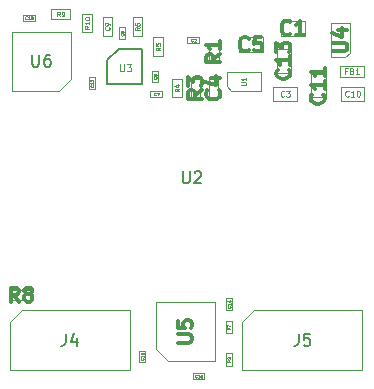
<source format=gbr>
G04 #@! TF.GenerationSoftware,KiCad,Pcbnew,7.0.1*
G04 #@! TF.CreationDate,2023-08-01T01:44:39-04:00*
G04 #@! TF.ProjectId,cdm324_v2,63646d33-3234-45f7-9632-2e6b69636164,rev?*
G04 #@! TF.SameCoordinates,Original*
G04 #@! TF.FileFunction,AssemblyDrawing,Top*
%FSLAX46Y46*%
G04 Gerber Fmt 4.6, Leading zero omitted, Abs format (unit mm)*
G04 Created by KiCad (PCBNEW 7.0.1) date 2023-08-01 01:44:39*
%MOMM*%
%LPD*%
G01*
G04 APERTURE LIST*
%ADD10C,0.300000*%
%ADD11C,0.040000*%
%ADD12C,0.150000*%
%ADD13C,0.080000*%
%ADD14C,0.060000*%
%ADD15C,0.125000*%
%ADD16C,0.100000*%
G04 APERTURE END LIST*
D10*
X108350000Y-51290857D02*
X108292857Y-51348000D01*
X108292857Y-51348000D02*
X108121429Y-51405142D01*
X108121429Y-51405142D02*
X108007143Y-51405142D01*
X108007143Y-51405142D02*
X107835714Y-51348000D01*
X107835714Y-51348000D02*
X107721429Y-51233714D01*
X107721429Y-51233714D02*
X107664286Y-51119428D01*
X107664286Y-51119428D02*
X107607143Y-50890857D01*
X107607143Y-50890857D02*
X107607143Y-50719428D01*
X107607143Y-50719428D02*
X107664286Y-50490857D01*
X107664286Y-50490857D02*
X107721429Y-50376571D01*
X107721429Y-50376571D02*
X107835714Y-50262285D01*
X107835714Y-50262285D02*
X108007143Y-50205142D01*
X108007143Y-50205142D02*
X108121429Y-50205142D01*
X108121429Y-50205142D02*
X108292857Y-50262285D01*
X108292857Y-50262285D02*
X108350000Y-50319428D01*
X109492857Y-51405142D02*
X108807143Y-51405142D01*
X109150000Y-51405142D02*
X109150000Y-50205142D01*
X109150000Y-50205142D02*
X109035714Y-50376571D01*
X109035714Y-50376571D02*
X108921429Y-50490857D01*
X108921429Y-50490857D02*
X108807143Y-50548000D01*
X104800000Y-52690857D02*
X104742857Y-52748000D01*
X104742857Y-52748000D02*
X104571429Y-52805142D01*
X104571429Y-52805142D02*
X104457143Y-52805142D01*
X104457143Y-52805142D02*
X104285714Y-52748000D01*
X104285714Y-52748000D02*
X104171429Y-52633714D01*
X104171429Y-52633714D02*
X104114286Y-52519428D01*
X104114286Y-52519428D02*
X104057143Y-52290857D01*
X104057143Y-52290857D02*
X104057143Y-52119428D01*
X104057143Y-52119428D02*
X104114286Y-51890857D01*
X104114286Y-51890857D02*
X104171429Y-51776571D01*
X104171429Y-51776571D02*
X104285714Y-51662285D01*
X104285714Y-51662285D02*
X104457143Y-51605142D01*
X104457143Y-51605142D02*
X104571429Y-51605142D01*
X104571429Y-51605142D02*
X104742857Y-51662285D01*
X104742857Y-51662285D02*
X104800000Y-51719428D01*
X105885714Y-51605142D02*
X105314286Y-51605142D01*
X105314286Y-51605142D02*
X105257143Y-52176571D01*
X105257143Y-52176571D02*
X105314286Y-52119428D01*
X105314286Y-52119428D02*
X105428572Y-52062285D01*
X105428572Y-52062285D02*
X105714286Y-52062285D01*
X105714286Y-52062285D02*
X105828572Y-52119428D01*
X105828572Y-52119428D02*
X105885714Y-52176571D01*
X105885714Y-52176571D02*
X105942857Y-52290857D01*
X105942857Y-52290857D02*
X105942857Y-52576571D01*
X105942857Y-52576571D02*
X105885714Y-52690857D01*
X105885714Y-52690857D02*
X105828572Y-52748000D01*
X105828572Y-52748000D02*
X105714286Y-52805142D01*
X105714286Y-52805142D02*
X105428572Y-52805142D01*
X105428572Y-52805142D02*
X105314286Y-52748000D01*
X105314286Y-52748000D02*
X105257143Y-52690857D01*
D11*
X100399285Y-80391845D02*
X100387381Y-80403750D01*
X100387381Y-80403750D02*
X100351666Y-80415654D01*
X100351666Y-80415654D02*
X100327857Y-80415654D01*
X100327857Y-80415654D02*
X100292143Y-80403750D01*
X100292143Y-80403750D02*
X100268333Y-80379940D01*
X100268333Y-80379940D02*
X100256428Y-80356130D01*
X100256428Y-80356130D02*
X100244524Y-80308511D01*
X100244524Y-80308511D02*
X100244524Y-80272797D01*
X100244524Y-80272797D02*
X100256428Y-80225178D01*
X100256428Y-80225178D02*
X100268333Y-80201369D01*
X100268333Y-80201369D02*
X100292143Y-80177559D01*
X100292143Y-80177559D02*
X100327857Y-80165654D01*
X100327857Y-80165654D02*
X100351666Y-80165654D01*
X100351666Y-80165654D02*
X100387381Y-80177559D01*
X100387381Y-80177559D02*
X100399285Y-80189464D01*
X100637381Y-80415654D02*
X100494524Y-80415654D01*
X100565952Y-80415654D02*
X100565952Y-80165654D01*
X100565952Y-80165654D02*
X100542143Y-80201369D01*
X100542143Y-80201369D02*
X100518333Y-80225178D01*
X100518333Y-80225178D02*
X100494524Y-80237083D01*
X100851666Y-80165654D02*
X100804047Y-80165654D01*
X100804047Y-80165654D02*
X100780238Y-80177559D01*
X100780238Y-80177559D02*
X100768333Y-80189464D01*
X100768333Y-80189464D02*
X100744523Y-80225178D01*
X100744523Y-80225178D02*
X100732619Y-80272797D01*
X100732619Y-80272797D02*
X100732619Y-80368035D01*
X100732619Y-80368035D02*
X100744523Y-80391845D01*
X100744523Y-80391845D02*
X100756428Y-80403750D01*
X100756428Y-80403750D02*
X100780238Y-80415654D01*
X100780238Y-80415654D02*
X100827857Y-80415654D01*
X100827857Y-80415654D02*
X100851666Y-80403750D01*
X100851666Y-80403750D02*
X100863571Y-80391845D01*
X100863571Y-80391845D02*
X100875476Y-80368035D01*
X100875476Y-80368035D02*
X100875476Y-80308511D01*
X100875476Y-80308511D02*
X100863571Y-80284702D01*
X100863571Y-80284702D02*
X100851666Y-80272797D01*
X100851666Y-80272797D02*
X100827857Y-80260892D01*
X100827857Y-80260892D02*
X100780238Y-80260892D01*
X100780238Y-80260892D02*
X100756428Y-80272797D01*
X100756428Y-80272797D02*
X100744523Y-80284702D01*
X100744523Y-80284702D02*
X100732619Y-80308511D01*
X95889345Y-78798214D02*
X95901250Y-78810118D01*
X95901250Y-78810118D02*
X95913154Y-78845833D01*
X95913154Y-78845833D02*
X95913154Y-78869642D01*
X95913154Y-78869642D02*
X95901250Y-78905356D01*
X95901250Y-78905356D02*
X95877440Y-78929166D01*
X95877440Y-78929166D02*
X95853630Y-78941071D01*
X95853630Y-78941071D02*
X95806011Y-78952975D01*
X95806011Y-78952975D02*
X95770297Y-78952975D01*
X95770297Y-78952975D02*
X95722678Y-78941071D01*
X95722678Y-78941071D02*
X95698869Y-78929166D01*
X95698869Y-78929166D02*
X95675059Y-78905356D01*
X95675059Y-78905356D02*
X95663154Y-78869642D01*
X95663154Y-78869642D02*
X95663154Y-78845833D01*
X95663154Y-78845833D02*
X95675059Y-78810118D01*
X95675059Y-78810118D02*
X95686964Y-78798214D01*
X95913154Y-78560118D02*
X95913154Y-78702975D01*
X95913154Y-78631547D02*
X95663154Y-78631547D01*
X95663154Y-78631547D02*
X95698869Y-78655356D01*
X95698869Y-78655356D02*
X95722678Y-78679166D01*
X95722678Y-78679166D02*
X95734583Y-78702975D01*
X95663154Y-78333928D02*
X95663154Y-78452976D01*
X95663154Y-78452976D02*
X95782202Y-78464880D01*
X95782202Y-78464880D02*
X95770297Y-78452976D01*
X95770297Y-78452976D02*
X95758392Y-78429166D01*
X95758392Y-78429166D02*
X95758392Y-78369642D01*
X95758392Y-78369642D02*
X95770297Y-78345833D01*
X95770297Y-78345833D02*
X95782202Y-78333928D01*
X95782202Y-78333928D02*
X95806011Y-78322023D01*
X95806011Y-78322023D02*
X95865535Y-78322023D01*
X95865535Y-78322023D02*
X95889345Y-78333928D01*
X95889345Y-78333928D02*
X95901250Y-78345833D01*
X95901250Y-78345833D02*
X95913154Y-78369642D01*
X95913154Y-78369642D02*
X95913154Y-78429166D01*
X95913154Y-78429166D02*
X95901250Y-78452976D01*
X95901250Y-78452976D02*
X95889345Y-78464880D01*
D10*
X85347500Y-73992642D02*
X84947500Y-73421214D01*
X84661786Y-73992642D02*
X84661786Y-72792642D01*
X84661786Y-72792642D02*
X85118929Y-72792642D01*
X85118929Y-72792642D02*
X85233214Y-72849785D01*
X85233214Y-72849785D02*
X85290357Y-72906928D01*
X85290357Y-72906928D02*
X85347500Y-73021214D01*
X85347500Y-73021214D02*
X85347500Y-73192642D01*
X85347500Y-73192642D02*
X85290357Y-73306928D01*
X85290357Y-73306928D02*
X85233214Y-73364071D01*
X85233214Y-73364071D02*
X85118929Y-73421214D01*
X85118929Y-73421214D02*
X84661786Y-73421214D01*
X86033214Y-73306928D02*
X85918929Y-73249785D01*
X85918929Y-73249785D02*
X85861786Y-73192642D01*
X85861786Y-73192642D02*
X85804643Y-73078357D01*
X85804643Y-73078357D02*
X85804643Y-73021214D01*
X85804643Y-73021214D02*
X85861786Y-72906928D01*
X85861786Y-72906928D02*
X85918929Y-72849785D01*
X85918929Y-72849785D02*
X86033214Y-72792642D01*
X86033214Y-72792642D02*
X86261786Y-72792642D01*
X86261786Y-72792642D02*
X86376072Y-72849785D01*
X86376072Y-72849785D02*
X86433214Y-72906928D01*
X86433214Y-72906928D02*
X86490357Y-73021214D01*
X86490357Y-73021214D02*
X86490357Y-73078357D01*
X86490357Y-73078357D02*
X86433214Y-73192642D01*
X86433214Y-73192642D02*
X86376072Y-73249785D01*
X86376072Y-73249785D02*
X86261786Y-73306928D01*
X86261786Y-73306928D02*
X86033214Y-73306928D01*
X86033214Y-73306928D02*
X85918929Y-73364071D01*
X85918929Y-73364071D02*
X85861786Y-73421214D01*
X85861786Y-73421214D02*
X85804643Y-73535500D01*
X85804643Y-73535500D02*
X85804643Y-73764071D01*
X85804643Y-73764071D02*
X85861786Y-73878357D01*
X85861786Y-73878357D02*
X85918929Y-73935500D01*
X85918929Y-73935500D02*
X86033214Y-73992642D01*
X86033214Y-73992642D02*
X86261786Y-73992642D01*
X86261786Y-73992642D02*
X86376072Y-73935500D01*
X86376072Y-73935500D02*
X86433214Y-73878357D01*
X86433214Y-73878357D02*
X86490357Y-73764071D01*
X86490357Y-73764071D02*
X86490357Y-73535500D01*
X86490357Y-73535500D02*
X86433214Y-73421214D01*
X86433214Y-73421214D02*
X86376072Y-73364071D01*
X86376072Y-73364071D02*
X86261786Y-73306928D01*
X98815142Y-77451785D02*
X99786571Y-77451785D01*
X99786571Y-77451785D02*
X99900857Y-77394642D01*
X99900857Y-77394642D02*
X99958000Y-77337500D01*
X99958000Y-77337500D02*
X100015142Y-77223214D01*
X100015142Y-77223214D02*
X100015142Y-76994642D01*
X100015142Y-76994642D02*
X99958000Y-76880357D01*
X99958000Y-76880357D02*
X99900857Y-76823214D01*
X99900857Y-76823214D02*
X99786571Y-76766071D01*
X99786571Y-76766071D02*
X98815142Y-76766071D01*
X98815142Y-75623214D02*
X98815142Y-76194642D01*
X98815142Y-76194642D02*
X99386571Y-76251785D01*
X99386571Y-76251785D02*
X99329428Y-76194642D01*
X99329428Y-76194642D02*
X99272285Y-76080357D01*
X99272285Y-76080357D02*
X99272285Y-75794642D01*
X99272285Y-75794642D02*
X99329428Y-75680357D01*
X99329428Y-75680357D02*
X99386571Y-75623214D01*
X99386571Y-75623214D02*
X99500857Y-75566071D01*
X99500857Y-75566071D02*
X99786571Y-75566071D01*
X99786571Y-75566071D02*
X99900857Y-75623214D01*
X99900857Y-75623214D02*
X99958000Y-75680357D01*
X99958000Y-75680357D02*
X100015142Y-75794642D01*
X100015142Y-75794642D02*
X100015142Y-76080357D01*
X100015142Y-76080357D02*
X99958000Y-76194642D01*
X99958000Y-76194642D02*
X99900857Y-76251785D01*
X111140857Y-56471428D02*
X111198000Y-56528571D01*
X111198000Y-56528571D02*
X111255142Y-56699999D01*
X111255142Y-56699999D02*
X111255142Y-56814285D01*
X111255142Y-56814285D02*
X111198000Y-56985714D01*
X111198000Y-56985714D02*
X111083714Y-57099999D01*
X111083714Y-57099999D02*
X110969428Y-57157142D01*
X110969428Y-57157142D02*
X110740857Y-57214285D01*
X110740857Y-57214285D02*
X110569428Y-57214285D01*
X110569428Y-57214285D02*
X110340857Y-57157142D01*
X110340857Y-57157142D02*
X110226571Y-57099999D01*
X110226571Y-57099999D02*
X110112285Y-56985714D01*
X110112285Y-56985714D02*
X110055142Y-56814285D01*
X110055142Y-56814285D02*
X110055142Y-56699999D01*
X110055142Y-56699999D02*
X110112285Y-56528571D01*
X110112285Y-56528571D02*
X110169428Y-56471428D01*
X111255142Y-55328571D02*
X111255142Y-56014285D01*
X111255142Y-55671428D02*
X110055142Y-55671428D01*
X110055142Y-55671428D02*
X110226571Y-55785714D01*
X110226571Y-55785714D02*
X110340857Y-55899999D01*
X110340857Y-55899999D02*
X110398000Y-56014285D01*
X111255142Y-54185714D02*
X111255142Y-54871428D01*
X111255142Y-54528571D02*
X110055142Y-54528571D01*
X110055142Y-54528571D02*
X110226571Y-54642857D01*
X110226571Y-54642857D02*
X110340857Y-54757142D01*
X110340857Y-54757142D02*
X110398000Y-54871428D01*
X102290857Y-56112499D02*
X102348000Y-56169642D01*
X102348000Y-56169642D02*
X102405142Y-56341070D01*
X102405142Y-56341070D02*
X102405142Y-56455356D01*
X102405142Y-56455356D02*
X102348000Y-56626785D01*
X102348000Y-56626785D02*
X102233714Y-56741070D01*
X102233714Y-56741070D02*
X102119428Y-56798213D01*
X102119428Y-56798213D02*
X101890857Y-56855356D01*
X101890857Y-56855356D02*
X101719428Y-56855356D01*
X101719428Y-56855356D02*
X101490857Y-56798213D01*
X101490857Y-56798213D02*
X101376571Y-56741070D01*
X101376571Y-56741070D02*
X101262285Y-56626785D01*
X101262285Y-56626785D02*
X101205142Y-56455356D01*
X101205142Y-56455356D02*
X101205142Y-56341070D01*
X101205142Y-56341070D02*
X101262285Y-56169642D01*
X101262285Y-56169642D02*
X101319428Y-56112499D01*
X101605142Y-55083928D02*
X102405142Y-55083928D01*
X101148000Y-55369642D02*
X102005142Y-55655356D01*
X102005142Y-55655356D02*
X102005142Y-54912499D01*
X100855142Y-56112499D02*
X100283714Y-56512499D01*
X100855142Y-56798213D02*
X99655142Y-56798213D01*
X99655142Y-56798213D02*
X99655142Y-56341070D01*
X99655142Y-56341070D02*
X99712285Y-56226785D01*
X99712285Y-56226785D02*
X99769428Y-56169642D01*
X99769428Y-56169642D02*
X99883714Y-56112499D01*
X99883714Y-56112499D02*
X100055142Y-56112499D01*
X100055142Y-56112499D02*
X100169428Y-56169642D01*
X100169428Y-56169642D02*
X100226571Y-56226785D01*
X100226571Y-56226785D02*
X100283714Y-56341070D01*
X100283714Y-56341070D02*
X100283714Y-56798213D01*
X99655142Y-55712499D02*
X99655142Y-54969642D01*
X99655142Y-54969642D02*
X100112285Y-55369642D01*
X100112285Y-55369642D02*
X100112285Y-55198213D01*
X100112285Y-55198213D02*
X100169428Y-55083928D01*
X100169428Y-55083928D02*
X100226571Y-55026785D01*
X100226571Y-55026785D02*
X100340857Y-54969642D01*
X100340857Y-54969642D02*
X100626571Y-54969642D01*
X100626571Y-54969642D02*
X100740857Y-55026785D01*
X100740857Y-55026785D02*
X100798000Y-55083928D01*
X100798000Y-55083928D02*
X100855142Y-55198213D01*
X100855142Y-55198213D02*
X100855142Y-55541070D01*
X100855142Y-55541070D02*
X100798000Y-55655356D01*
X100798000Y-55655356D02*
X100740857Y-55712499D01*
X102405142Y-53049999D02*
X101833714Y-53449999D01*
X102405142Y-53735713D02*
X101205142Y-53735713D01*
X101205142Y-53735713D02*
X101205142Y-53278570D01*
X101205142Y-53278570D02*
X101262285Y-53164285D01*
X101262285Y-53164285D02*
X101319428Y-53107142D01*
X101319428Y-53107142D02*
X101433714Y-53049999D01*
X101433714Y-53049999D02*
X101605142Y-53049999D01*
X101605142Y-53049999D02*
X101719428Y-53107142D01*
X101719428Y-53107142D02*
X101776571Y-53164285D01*
X101776571Y-53164285D02*
X101833714Y-53278570D01*
X101833714Y-53278570D02*
X101833714Y-53735713D01*
X102405142Y-51907142D02*
X102405142Y-52592856D01*
X102405142Y-52249999D02*
X101205142Y-52249999D01*
X101205142Y-52249999D02*
X101376571Y-52364285D01*
X101376571Y-52364285D02*
X101490857Y-52478570D01*
X101490857Y-52478570D02*
X101548000Y-52592856D01*
D11*
X103251845Y-74360714D02*
X103263750Y-74372618D01*
X103263750Y-74372618D02*
X103275654Y-74408333D01*
X103275654Y-74408333D02*
X103275654Y-74432142D01*
X103275654Y-74432142D02*
X103263750Y-74467856D01*
X103263750Y-74467856D02*
X103239940Y-74491666D01*
X103239940Y-74491666D02*
X103216130Y-74503571D01*
X103216130Y-74503571D02*
X103168511Y-74515475D01*
X103168511Y-74515475D02*
X103132797Y-74515475D01*
X103132797Y-74515475D02*
X103085178Y-74503571D01*
X103085178Y-74503571D02*
X103061369Y-74491666D01*
X103061369Y-74491666D02*
X103037559Y-74467856D01*
X103037559Y-74467856D02*
X103025654Y-74432142D01*
X103025654Y-74432142D02*
X103025654Y-74408333D01*
X103025654Y-74408333D02*
X103037559Y-74372618D01*
X103037559Y-74372618D02*
X103049464Y-74360714D01*
X103275654Y-74122618D02*
X103275654Y-74265475D01*
X103275654Y-74194047D02*
X103025654Y-74194047D01*
X103025654Y-74194047D02*
X103061369Y-74217856D01*
X103061369Y-74217856D02*
X103085178Y-74241666D01*
X103085178Y-74241666D02*
X103097083Y-74265475D01*
X103108988Y-73908333D02*
X103275654Y-73908333D01*
X103013750Y-73967857D02*
X103192321Y-74027380D01*
X103192321Y-74027380D02*
X103192321Y-73872619D01*
D10*
X108234607Y-54371428D02*
X108291750Y-54428571D01*
X108291750Y-54428571D02*
X108348892Y-54599999D01*
X108348892Y-54599999D02*
X108348892Y-54714285D01*
X108348892Y-54714285D02*
X108291750Y-54885714D01*
X108291750Y-54885714D02*
X108177464Y-54999999D01*
X108177464Y-54999999D02*
X108063178Y-55057142D01*
X108063178Y-55057142D02*
X107834607Y-55114285D01*
X107834607Y-55114285D02*
X107663178Y-55114285D01*
X107663178Y-55114285D02*
X107434607Y-55057142D01*
X107434607Y-55057142D02*
X107320321Y-54999999D01*
X107320321Y-54999999D02*
X107206035Y-54885714D01*
X107206035Y-54885714D02*
X107148892Y-54714285D01*
X107148892Y-54714285D02*
X107148892Y-54599999D01*
X107148892Y-54599999D02*
X107206035Y-54428571D01*
X107206035Y-54428571D02*
X107263178Y-54371428D01*
X108348892Y-53228571D02*
X108348892Y-53914285D01*
X108348892Y-53571428D02*
X107148892Y-53571428D01*
X107148892Y-53571428D02*
X107320321Y-53685714D01*
X107320321Y-53685714D02*
X107434607Y-53799999D01*
X107434607Y-53799999D02*
X107491750Y-53914285D01*
X107148892Y-52828571D02*
X107148892Y-52085714D01*
X107148892Y-52085714D02*
X107606035Y-52485714D01*
X107606035Y-52485714D02*
X107606035Y-52314285D01*
X107606035Y-52314285D02*
X107663178Y-52200000D01*
X107663178Y-52200000D02*
X107720321Y-52142857D01*
X107720321Y-52142857D02*
X107834607Y-52085714D01*
X107834607Y-52085714D02*
X108120321Y-52085714D01*
X108120321Y-52085714D02*
X108234607Y-52142857D01*
X108234607Y-52142857D02*
X108291750Y-52200000D01*
X108291750Y-52200000D02*
X108348892Y-52314285D01*
X108348892Y-52314285D02*
X108348892Y-52657142D01*
X108348892Y-52657142D02*
X108291750Y-52771428D01*
X108291750Y-52771428D02*
X108234607Y-52828571D01*
X111955142Y-52764285D02*
X112926571Y-52764285D01*
X112926571Y-52764285D02*
X113040857Y-52707142D01*
X113040857Y-52707142D02*
X113098000Y-52650000D01*
X113098000Y-52650000D02*
X113155142Y-52535714D01*
X113155142Y-52535714D02*
X113155142Y-52307142D01*
X113155142Y-52307142D02*
X113098000Y-52192857D01*
X113098000Y-52192857D02*
X113040857Y-52135714D01*
X113040857Y-52135714D02*
X112926571Y-52078571D01*
X112926571Y-52078571D02*
X111955142Y-52078571D01*
X112355142Y-50992857D02*
X113155142Y-50992857D01*
X111898000Y-51278571D02*
X112755142Y-51564285D01*
X112755142Y-51564285D02*
X112755142Y-50821428D01*
D11*
X86039285Y-50041845D02*
X86027381Y-50053750D01*
X86027381Y-50053750D02*
X85991666Y-50065654D01*
X85991666Y-50065654D02*
X85967857Y-50065654D01*
X85967857Y-50065654D02*
X85932143Y-50053750D01*
X85932143Y-50053750D02*
X85908333Y-50029940D01*
X85908333Y-50029940D02*
X85896428Y-50006130D01*
X85896428Y-50006130D02*
X85884524Y-49958511D01*
X85884524Y-49958511D02*
X85884524Y-49922797D01*
X85884524Y-49922797D02*
X85896428Y-49875178D01*
X85896428Y-49875178D02*
X85908333Y-49851369D01*
X85908333Y-49851369D02*
X85932143Y-49827559D01*
X85932143Y-49827559D02*
X85967857Y-49815654D01*
X85967857Y-49815654D02*
X85991666Y-49815654D01*
X85991666Y-49815654D02*
X86027381Y-49827559D01*
X86027381Y-49827559D02*
X86039285Y-49839464D01*
X86277381Y-50065654D02*
X86134524Y-50065654D01*
X86205952Y-50065654D02*
X86205952Y-49815654D01*
X86205952Y-49815654D02*
X86182143Y-49851369D01*
X86182143Y-49851369D02*
X86158333Y-49875178D01*
X86158333Y-49875178D02*
X86134524Y-49887083D01*
X86420238Y-49922797D02*
X86396428Y-49910892D01*
X86396428Y-49910892D02*
X86384523Y-49898988D01*
X86384523Y-49898988D02*
X86372619Y-49875178D01*
X86372619Y-49875178D02*
X86372619Y-49863273D01*
X86372619Y-49863273D02*
X86384523Y-49839464D01*
X86384523Y-49839464D02*
X86396428Y-49827559D01*
X86396428Y-49827559D02*
X86420238Y-49815654D01*
X86420238Y-49815654D02*
X86467857Y-49815654D01*
X86467857Y-49815654D02*
X86491666Y-49827559D01*
X86491666Y-49827559D02*
X86503571Y-49839464D01*
X86503571Y-49839464D02*
X86515476Y-49863273D01*
X86515476Y-49863273D02*
X86515476Y-49875178D01*
X86515476Y-49875178D02*
X86503571Y-49898988D01*
X86503571Y-49898988D02*
X86491666Y-49910892D01*
X86491666Y-49910892D02*
X86467857Y-49922797D01*
X86467857Y-49922797D02*
X86420238Y-49922797D01*
X86420238Y-49922797D02*
X86396428Y-49934702D01*
X86396428Y-49934702D02*
X86384523Y-49946607D01*
X86384523Y-49946607D02*
X86372619Y-49970416D01*
X86372619Y-49970416D02*
X86372619Y-50018035D01*
X86372619Y-50018035D02*
X86384523Y-50041845D01*
X86384523Y-50041845D02*
X86396428Y-50053750D01*
X86396428Y-50053750D02*
X86420238Y-50065654D01*
X86420238Y-50065654D02*
X86467857Y-50065654D01*
X86467857Y-50065654D02*
X86491666Y-50053750D01*
X86491666Y-50053750D02*
X86503571Y-50041845D01*
X86503571Y-50041845D02*
X86515476Y-50018035D01*
X86515476Y-50018035D02*
X86515476Y-49970416D01*
X86515476Y-49970416D02*
X86503571Y-49946607D01*
X86503571Y-49946607D02*
X86491666Y-49934702D01*
X86491666Y-49934702D02*
X86467857Y-49922797D01*
D12*
X86488095Y-53087619D02*
X86488095Y-53897142D01*
X86488095Y-53897142D02*
X86535714Y-53992380D01*
X86535714Y-53992380D02*
X86583333Y-54040000D01*
X86583333Y-54040000D02*
X86678571Y-54087619D01*
X86678571Y-54087619D02*
X86869047Y-54087619D01*
X86869047Y-54087619D02*
X86964285Y-54040000D01*
X86964285Y-54040000D02*
X87011904Y-53992380D01*
X87011904Y-53992380D02*
X87059523Y-53897142D01*
X87059523Y-53897142D02*
X87059523Y-53087619D01*
X87964285Y-53087619D02*
X87773809Y-53087619D01*
X87773809Y-53087619D02*
X87678571Y-53135238D01*
X87678571Y-53135238D02*
X87630952Y-53182857D01*
X87630952Y-53182857D02*
X87535714Y-53325714D01*
X87535714Y-53325714D02*
X87488095Y-53516190D01*
X87488095Y-53516190D02*
X87488095Y-53897142D01*
X87488095Y-53897142D02*
X87535714Y-53992380D01*
X87535714Y-53992380D02*
X87583333Y-54040000D01*
X87583333Y-54040000D02*
X87678571Y-54087619D01*
X87678571Y-54087619D02*
X87869047Y-54087619D01*
X87869047Y-54087619D02*
X87964285Y-54040000D01*
X87964285Y-54040000D02*
X88011904Y-53992380D01*
X88011904Y-53992380D02*
X88059523Y-53897142D01*
X88059523Y-53897142D02*
X88059523Y-53659047D01*
X88059523Y-53659047D02*
X88011904Y-53563809D01*
X88011904Y-53563809D02*
X87964285Y-53516190D01*
X87964285Y-53516190D02*
X87869047Y-53468571D01*
X87869047Y-53468571D02*
X87678571Y-53468571D01*
X87678571Y-53468571D02*
X87583333Y-53516190D01*
X87583333Y-53516190D02*
X87535714Y-53563809D01*
X87535714Y-53563809D02*
X87488095Y-53659047D01*
X109034166Y-76720119D02*
X109034166Y-77434404D01*
X109034166Y-77434404D02*
X108986547Y-77577261D01*
X108986547Y-77577261D02*
X108891309Y-77672500D01*
X108891309Y-77672500D02*
X108748452Y-77720119D01*
X108748452Y-77720119D02*
X108653214Y-77720119D01*
X109986547Y-76720119D02*
X109510357Y-76720119D01*
X109510357Y-76720119D02*
X109462738Y-77196309D01*
X109462738Y-77196309D02*
X109510357Y-77148690D01*
X109510357Y-77148690D02*
X109605595Y-77101071D01*
X109605595Y-77101071D02*
X109843690Y-77101071D01*
X109843690Y-77101071D02*
X109938928Y-77148690D01*
X109938928Y-77148690D02*
X109986547Y-77196309D01*
X109986547Y-77196309D02*
X110034166Y-77291547D01*
X110034166Y-77291547D02*
X110034166Y-77529642D01*
X110034166Y-77529642D02*
X109986547Y-77624880D01*
X109986547Y-77624880D02*
X109938928Y-77672500D01*
X109938928Y-77672500D02*
X109843690Y-77720119D01*
X109843690Y-77720119D02*
X109605595Y-77720119D01*
X109605595Y-77720119D02*
X109510357Y-77672500D01*
X109510357Y-77672500D02*
X109462738Y-77624880D01*
D11*
X94191845Y-51311666D02*
X94203750Y-51323570D01*
X94203750Y-51323570D02*
X94215654Y-51359285D01*
X94215654Y-51359285D02*
X94215654Y-51383094D01*
X94215654Y-51383094D02*
X94203750Y-51418808D01*
X94203750Y-51418808D02*
X94179940Y-51442618D01*
X94179940Y-51442618D02*
X94156130Y-51454523D01*
X94156130Y-51454523D02*
X94108511Y-51466427D01*
X94108511Y-51466427D02*
X94072797Y-51466427D01*
X94072797Y-51466427D02*
X94025178Y-51454523D01*
X94025178Y-51454523D02*
X94001369Y-51442618D01*
X94001369Y-51442618D02*
X93977559Y-51418808D01*
X93977559Y-51418808D02*
X93965654Y-51383094D01*
X93965654Y-51383094D02*
X93965654Y-51359285D01*
X93965654Y-51359285D02*
X93977559Y-51323570D01*
X93977559Y-51323570D02*
X93989464Y-51311666D01*
X93965654Y-51097380D02*
X93965654Y-51144999D01*
X93965654Y-51144999D02*
X93977559Y-51168808D01*
X93977559Y-51168808D02*
X93989464Y-51180713D01*
X93989464Y-51180713D02*
X94025178Y-51204523D01*
X94025178Y-51204523D02*
X94072797Y-51216427D01*
X94072797Y-51216427D02*
X94168035Y-51216427D01*
X94168035Y-51216427D02*
X94191845Y-51204523D01*
X94191845Y-51204523D02*
X94203750Y-51192618D01*
X94203750Y-51192618D02*
X94215654Y-51168808D01*
X94215654Y-51168808D02*
X94215654Y-51121189D01*
X94215654Y-51121189D02*
X94203750Y-51097380D01*
X94203750Y-51097380D02*
X94191845Y-51085475D01*
X94191845Y-51085475D02*
X94168035Y-51073570D01*
X94168035Y-51073570D02*
X94108511Y-51073570D01*
X94108511Y-51073570D02*
X94084702Y-51085475D01*
X94084702Y-51085475D02*
X94072797Y-51097380D01*
X94072797Y-51097380D02*
X94060892Y-51121189D01*
X94060892Y-51121189D02*
X94060892Y-51168808D01*
X94060892Y-51168808D02*
X94072797Y-51192618D01*
X94072797Y-51192618D02*
X94084702Y-51204523D01*
X94084702Y-51204523D02*
X94108511Y-51216427D01*
D13*
X107816666Y-56583690D02*
X107792857Y-56607500D01*
X107792857Y-56607500D02*
X107721428Y-56631309D01*
X107721428Y-56631309D02*
X107673809Y-56631309D01*
X107673809Y-56631309D02*
X107602381Y-56607500D01*
X107602381Y-56607500D02*
X107554762Y-56559880D01*
X107554762Y-56559880D02*
X107530952Y-56512261D01*
X107530952Y-56512261D02*
X107507143Y-56417023D01*
X107507143Y-56417023D02*
X107507143Y-56345595D01*
X107507143Y-56345595D02*
X107530952Y-56250357D01*
X107530952Y-56250357D02*
X107554762Y-56202738D01*
X107554762Y-56202738D02*
X107602381Y-56155119D01*
X107602381Y-56155119D02*
X107673809Y-56131309D01*
X107673809Y-56131309D02*
X107721428Y-56131309D01*
X107721428Y-56131309D02*
X107792857Y-56155119D01*
X107792857Y-56155119D02*
X107816666Y-56178928D01*
X107983333Y-56131309D02*
X108292857Y-56131309D01*
X108292857Y-56131309D02*
X108126190Y-56321785D01*
X108126190Y-56321785D02*
X108197619Y-56321785D01*
X108197619Y-56321785D02*
X108245238Y-56345595D01*
X108245238Y-56345595D02*
X108269047Y-56369404D01*
X108269047Y-56369404D02*
X108292857Y-56417023D01*
X108292857Y-56417023D02*
X108292857Y-56536071D01*
X108292857Y-56536071D02*
X108269047Y-56583690D01*
X108269047Y-56583690D02*
X108245238Y-56607500D01*
X108245238Y-56607500D02*
X108197619Y-56631309D01*
X108197619Y-56631309D02*
X108054762Y-56631309D01*
X108054762Y-56631309D02*
X108007143Y-56607500D01*
X108007143Y-56607500D02*
X107983333Y-56583690D01*
D11*
X100088333Y-51941845D02*
X100076429Y-51953750D01*
X100076429Y-51953750D02*
X100040714Y-51965654D01*
X100040714Y-51965654D02*
X100016905Y-51965654D01*
X100016905Y-51965654D02*
X99981191Y-51953750D01*
X99981191Y-51953750D02*
X99957381Y-51929940D01*
X99957381Y-51929940D02*
X99945476Y-51906130D01*
X99945476Y-51906130D02*
X99933572Y-51858511D01*
X99933572Y-51858511D02*
X99933572Y-51822797D01*
X99933572Y-51822797D02*
X99945476Y-51775178D01*
X99945476Y-51775178D02*
X99957381Y-51751369D01*
X99957381Y-51751369D02*
X99981191Y-51727559D01*
X99981191Y-51727559D02*
X100016905Y-51715654D01*
X100016905Y-51715654D02*
X100040714Y-51715654D01*
X100040714Y-51715654D02*
X100076429Y-51727559D01*
X100076429Y-51727559D02*
X100088333Y-51739464D01*
X100183572Y-51739464D02*
X100195476Y-51727559D01*
X100195476Y-51727559D02*
X100219286Y-51715654D01*
X100219286Y-51715654D02*
X100278810Y-51715654D01*
X100278810Y-51715654D02*
X100302619Y-51727559D01*
X100302619Y-51727559D02*
X100314524Y-51739464D01*
X100314524Y-51739464D02*
X100326429Y-51763273D01*
X100326429Y-51763273D02*
X100326429Y-51787083D01*
X100326429Y-51787083D02*
X100314524Y-51822797D01*
X100314524Y-51822797D02*
X100171667Y-51965654D01*
X100171667Y-51965654D02*
X100326429Y-51965654D01*
D13*
X113133334Y-54469404D02*
X112966667Y-54469404D01*
X112966667Y-54731309D02*
X112966667Y-54231309D01*
X112966667Y-54231309D02*
X113204762Y-54231309D01*
X113561905Y-54469404D02*
X113633333Y-54493214D01*
X113633333Y-54493214D02*
X113657143Y-54517023D01*
X113657143Y-54517023D02*
X113680952Y-54564642D01*
X113680952Y-54564642D02*
X113680952Y-54636071D01*
X113680952Y-54636071D02*
X113657143Y-54683690D01*
X113657143Y-54683690D02*
X113633333Y-54707500D01*
X113633333Y-54707500D02*
X113585714Y-54731309D01*
X113585714Y-54731309D02*
X113395238Y-54731309D01*
X113395238Y-54731309D02*
X113395238Y-54231309D01*
X113395238Y-54231309D02*
X113561905Y-54231309D01*
X113561905Y-54231309D02*
X113609524Y-54255119D01*
X113609524Y-54255119D02*
X113633333Y-54278928D01*
X113633333Y-54278928D02*
X113657143Y-54326547D01*
X113657143Y-54326547D02*
X113657143Y-54374166D01*
X113657143Y-54374166D02*
X113633333Y-54421785D01*
X113633333Y-54421785D02*
X113609524Y-54445595D01*
X113609524Y-54445595D02*
X113561905Y-54469404D01*
X113561905Y-54469404D02*
X113395238Y-54469404D01*
X114157143Y-54731309D02*
X113871429Y-54731309D01*
X114014286Y-54731309D02*
X114014286Y-54231309D01*
X114014286Y-54231309D02*
X113966667Y-54302738D01*
X113966667Y-54302738D02*
X113919048Y-54350357D01*
X113919048Y-54350357D02*
X113871429Y-54374166D01*
D11*
X103270280Y-76193332D02*
X103146471Y-76279999D01*
X103270280Y-76341904D02*
X103010280Y-76341904D01*
X103010280Y-76341904D02*
X103010280Y-76242856D01*
X103010280Y-76242856D02*
X103022661Y-76218094D01*
X103022661Y-76218094D02*
X103035042Y-76205713D01*
X103035042Y-76205713D02*
X103059804Y-76193332D01*
X103059804Y-76193332D02*
X103096947Y-76193332D01*
X103096947Y-76193332D02*
X103121709Y-76205713D01*
X103121709Y-76205713D02*
X103134090Y-76218094D01*
X103134090Y-76218094D02*
X103146471Y-76242856D01*
X103146471Y-76242856D02*
X103146471Y-76341904D01*
X103010280Y-76106666D02*
X103010280Y-75933332D01*
X103010280Y-75933332D02*
X103270280Y-76044761D01*
X91641845Y-55660714D02*
X91653750Y-55672618D01*
X91653750Y-55672618D02*
X91665654Y-55708333D01*
X91665654Y-55708333D02*
X91665654Y-55732142D01*
X91665654Y-55732142D02*
X91653750Y-55767856D01*
X91653750Y-55767856D02*
X91629940Y-55791666D01*
X91629940Y-55791666D02*
X91606130Y-55803571D01*
X91606130Y-55803571D02*
X91558511Y-55815475D01*
X91558511Y-55815475D02*
X91522797Y-55815475D01*
X91522797Y-55815475D02*
X91475178Y-55803571D01*
X91475178Y-55803571D02*
X91451369Y-55791666D01*
X91451369Y-55791666D02*
X91427559Y-55767856D01*
X91427559Y-55767856D02*
X91415654Y-55732142D01*
X91415654Y-55732142D02*
X91415654Y-55708333D01*
X91415654Y-55708333D02*
X91427559Y-55672618D01*
X91427559Y-55672618D02*
X91439464Y-55660714D01*
X91665654Y-55422618D02*
X91665654Y-55565475D01*
X91665654Y-55494047D02*
X91415654Y-55494047D01*
X91415654Y-55494047D02*
X91451369Y-55517856D01*
X91451369Y-55517856D02*
X91475178Y-55541666D01*
X91475178Y-55541666D02*
X91487083Y-55565475D01*
X91439464Y-55327380D02*
X91427559Y-55315476D01*
X91427559Y-55315476D02*
X91415654Y-55291666D01*
X91415654Y-55291666D02*
X91415654Y-55232142D01*
X91415654Y-55232142D02*
X91427559Y-55208333D01*
X91427559Y-55208333D02*
X91439464Y-55196428D01*
X91439464Y-55196428D02*
X91463273Y-55184523D01*
X91463273Y-55184523D02*
X91487083Y-55184523D01*
X91487083Y-55184523D02*
X91522797Y-55196428D01*
X91522797Y-55196428D02*
X91665654Y-55339285D01*
X91665654Y-55339285D02*
X91665654Y-55184523D01*
D14*
X88833333Y-49835047D02*
X88700000Y-49644571D01*
X88604762Y-49835047D02*
X88604762Y-49435047D01*
X88604762Y-49435047D02*
X88757143Y-49435047D01*
X88757143Y-49435047D02*
X88795238Y-49454095D01*
X88795238Y-49454095D02*
X88814285Y-49473142D01*
X88814285Y-49473142D02*
X88833333Y-49511238D01*
X88833333Y-49511238D02*
X88833333Y-49568380D01*
X88833333Y-49568380D02*
X88814285Y-49606476D01*
X88814285Y-49606476D02*
X88795238Y-49625523D01*
X88795238Y-49625523D02*
X88757143Y-49644571D01*
X88757143Y-49644571D02*
X88604762Y-49644571D01*
X89023809Y-49835047D02*
X89100000Y-49835047D01*
X89100000Y-49835047D02*
X89138095Y-49816000D01*
X89138095Y-49816000D02*
X89157143Y-49796952D01*
X89157143Y-49796952D02*
X89195238Y-49739809D01*
X89195238Y-49739809D02*
X89214285Y-49663619D01*
X89214285Y-49663619D02*
X89214285Y-49511238D01*
X89214285Y-49511238D02*
X89195238Y-49473142D01*
X89195238Y-49473142D02*
X89176190Y-49454095D01*
X89176190Y-49454095D02*
X89138095Y-49435047D01*
X89138095Y-49435047D02*
X89061904Y-49435047D01*
X89061904Y-49435047D02*
X89023809Y-49454095D01*
X89023809Y-49454095D02*
X89004762Y-49473142D01*
X89004762Y-49473142D02*
X88985714Y-49511238D01*
X88985714Y-49511238D02*
X88985714Y-49606476D01*
X88985714Y-49606476D02*
X89004762Y-49644571D01*
X89004762Y-49644571D02*
X89023809Y-49663619D01*
X89023809Y-49663619D02*
X89061904Y-49682666D01*
X89061904Y-49682666D02*
X89138095Y-49682666D01*
X89138095Y-49682666D02*
X89176190Y-49663619D01*
X89176190Y-49663619D02*
X89195238Y-49644571D01*
X89195238Y-49644571D02*
X89214285Y-49606476D01*
D11*
X103267780Y-78930832D02*
X103143971Y-79017499D01*
X103267780Y-79079404D02*
X103007780Y-79079404D01*
X103007780Y-79079404D02*
X103007780Y-78980356D01*
X103007780Y-78980356D02*
X103020161Y-78955594D01*
X103020161Y-78955594D02*
X103032542Y-78943213D01*
X103032542Y-78943213D02*
X103057304Y-78930832D01*
X103057304Y-78930832D02*
X103094447Y-78930832D01*
X103094447Y-78930832D02*
X103119209Y-78943213D01*
X103119209Y-78943213D02*
X103131590Y-78955594D01*
X103131590Y-78955594D02*
X103143971Y-78980356D01*
X103143971Y-78980356D02*
X103143971Y-79079404D01*
X103032542Y-78831785D02*
X103020161Y-78819404D01*
X103020161Y-78819404D02*
X103007780Y-78794642D01*
X103007780Y-78794642D02*
X103007780Y-78732737D01*
X103007780Y-78732737D02*
X103020161Y-78707975D01*
X103020161Y-78707975D02*
X103032542Y-78695594D01*
X103032542Y-78695594D02*
X103057304Y-78683213D01*
X103057304Y-78683213D02*
X103082066Y-78683213D01*
X103082066Y-78683213D02*
X103119209Y-78695594D01*
X103119209Y-78695594D02*
X103267780Y-78844166D01*
X103267780Y-78844166D02*
X103267780Y-78683213D01*
D12*
X99238095Y-62962619D02*
X99238095Y-63772142D01*
X99238095Y-63772142D02*
X99285714Y-63867380D01*
X99285714Y-63867380D02*
X99333333Y-63915000D01*
X99333333Y-63915000D02*
X99428571Y-63962619D01*
X99428571Y-63962619D02*
X99619047Y-63962619D01*
X99619047Y-63962619D02*
X99714285Y-63915000D01*
X99714285Y-63915000D02*
X99761904Y-63867380D01*
X99761904Y-63867380D02*
X99809523Y-63772142D01*
X99809523Y-63772142D02*
X99809523Y-62962619D01*
X100238095Y-63057857D02*
X100285714Y-63010238D01*
X100285714Y-63010238D02*
X100380952Y-62962619D01*
X100380952Y-62962619D02*
X100619047Y-62962619D01*
X100619047Y-62962619D02*
X100714285Y-63010238D01*
X100714285Y-63010238D02*
X100761904Y-63057857D01*
X100761904Y-63057857D02*
X100809523Y-63153095D01*
X100809523Y-63153095D02*
X100809523Y-63248333D01*
X100809523Y-63248333D02*
X100761904Y-63391190D01*
X100761904Y-63391190D02*
X100190476Y-63962619D01*
X100190476Y-63962619D02*
X100809523Y-63962619D01*
D11*
X96991845Y-54961666D02*
X97003750Y-54973570D01*
X97003750Y-54973570D02*
X97015654Y-55009285D01*
X97015654Y-55009285D02*
X97015654Y-55033094D01*
X97015654Y-55033094D02*
X97003750Y-55068808D01*
X97003750Y-55068808D02*
X96979940Y-55092618D01*
X96979940Y-55092618D02*
X96956130Y-55104523D01*
X96956130Y-55104523D02*
X96908511Y-55116427D01*
X96908511Y-55116427D02*
X96872797Y-55116427D01*
X96872797Y-55116427D02*
X96825178Y-55104523D01*
X96825178Y-55104523D02*
X96801369Y-55092618D01*
X96801369Y-55092618D02*
X96777559Y-55068808D01*
X96777559Y-55068808D02*
X96765654Y-55033094D01*
X96765654Y-55033094D02*
X96765654Y-55009285D01*
X96765654Y-55009285D02*
X96777559Y-54973570D01*
X96777559Y-54973570D02*
X96789464Y-54961666D01*
X96872797Y-54818808D02*
X96860892Y-54842618D01*
X96860892Y-54842618D02*
X96848988Y-54854523D01*
X96848988Y-54854523D02*
X96825178Y-54866427D01*
X96825178Y-54866427D02*
X96813273Y-54866427D01*
X96813273Y-54866427D02*
X96789464Y-54854523D01*
X96789464Y-54854523D02*
X96777559Y-54842618D01*
X96777559Y-54842618D02*
X96765654Y-54818808D01*
X96765654Y-54818808D02*
X96765654Y-54771189D01*
X96765654Y-54771189D02*
X96777559Y-54747380D01*
X96777559Y-54747380D02*
X96789464Y-54735475D01*
X96789464Y-54735475D02*
X96813273Y-54723570D01*
X96813273Y-54723570D02*
X96825178Y-54723570D01*
X96825178Y-54723570D02*
X96848988Y-54735475D01*
X96848988Y-54735475D02*
X96860892Y-54747380D01*
X96860892Y-54747380D02*
X96872797Y-54771189D01*
X96872797Y-54771189D02*
X96872797Y-54818808D01*
X96872797Y-54818808D02*
X96884702Y-54842618D01*
X96884702Y-54842618D02*
X96896607Y-54854523D01*
X96896607Y-54854523D02*
X96920416Y-54866427D01*
X96920416Y-54866427D02*
X96968035Y-54866427D01*
X96968035Y-54866427D02*
X96991845Y-54854523D01*
X96991845Y-54854523D02*
X97003750Y-54842618D01*
X97003750Y-54842618D02*
X97015654Y-54818808D01*
X97015654Y-54818808D02*
X97015654Y-54771189D01*
X97015654Y-54771189D02*
X97003750Y-54747380D01*
X97003750Y-54747380D02*
X96991845Y-54735475D01*
X96991845Y-54735475D02*
X96968035Y-54723570D01*
X96968035Y-54723570D02*
X96920416Y-54723570D01*
X96920416Y-54723570D02*
X96896607Y-54735475D01*
X96896607Y-54735475D02*
X96884702Y-54747380D01*
X96884702Y-54747380D02*
X96872797Y-54771189D01*
D14*
X92996952Y-50766666D02*
X93016000Y-50785714D01*
X93016000Y-50785714D02*
X93035047Y-50842856D01*
X93035047Y-50842856D02*
X93035047Y-50880952D01*
X93035047Y-50880952D02*
X93016000Y-50938095D01*
X93016000Y-50938095D02*
X92977904Y-50976190D01*
X92977904Y-50976190D02*
X92939809Y-50995237D01*
X92939809Y-50995237D02*
X92863619Y-51014285D01*
X92863619Y-51014285D02*
X92806476Y-51014285D01*
X92806476Y-51014285D02*
X92730285Y-50995237D01*
X92730285Y-50995237D02*
X92692190Y-50976190D01*
X92692190Y-50976190D02*
X92654095Y-50938095D01*
X92654095Y-50938095D02*
X92635047Y-50880952D01*
X92635047Y-50880952D02*
X92635047Y-50842856D01*
X92635047Y-50842856D02*
X92654095Y-50785714D01*
X92654095Y-50785714D02*
X92673142Y-50766666D01*
X93035047Y-50576190D02*
X93035047Y-50499999D01*
X93035047Y-50499999D02*
X93016000Y-50461904D01*
X93016000Y-50461904D02*
X92996952Y-50442856D01*
X92996952Y-50442856D02*
X92939809Y-50404761D01*
X92939809Y-50404761D02*
X92863619Y-50385714D01*
X92863619Y-50385714D02*
X92711238Y-50385714D01*
X92711238Y-50385714D02*
X92673142Y-50404761D01*
X92673142Y-50404761D02*
X92654095Y-50423809D01*
X92654095Y-50423809D02*
X92635047Y-50461904D01*
X92635047Y-50461904D02*
X92635047Y-50538095D01*
X92635047Y-50538095D02*
X92654095Y-50576190D01*
X92654095Y-50576190D02*
X92673142Y-50595237D01*
X92673142Y-50595237D02*
X92711238Y-50614285D01*
X92711238Y-50614285D02*
X92806476Y-50614285D01*
X92806476Y-50614285D02*
X92844571Y-50595237D01*
X92844571Y-50595237D02*
X92863619Y-50576190D01*
X92863619Y-50576190D02*
X92882666Y-50538095D01*
X92882666Y-50538095D02*
X92882666Y-50461904D01*
X92882666Y-50461904D02*
X92863619Y-50423809D01*
X92863619Y-50423809D02*
X92844571Y-50404761D01*
X92844571Y-50404761D02*
X92806476Y-50385714D01*
X97335047Y-52491666D02*
X97144571Y-52624999D01*
X97335047Y-52720237D02*
X96935047Y-52720237D01*
X96935047Y-52720237D02*
X96935047Y-52567856D01*
X96935047Y-52567856D02*
X96954095Y-52529761D01*
X96954095Y-52529761D02*
X96973142Y-52510714D01*
X96973142Y-52510714D02*
X97011238Y-52491666D01*
X97011238Y-52491666D02*
X97068380Y-52491666D01*
X97068380Y-52491666D02*
X97106476Y-52510714D01*
X97106476Y-52510714D02*
X97125523Y-52529761D01*
X97125523Y-52529761D02*
X97144571Y-52567856D01*
X97144571Y-52567856D02*
X97144571Y-52720237D01*
X96935047Y-52129761D02*
X96935047Y-52320237D01*
X96935047Y-52320237D02*
X97125523Y-52339285D01*
X97125523Y-52339285D02*
X97106476Y-52320237D01*
X97106476Y-52320237D02*
X97087428Y-52282142D01*
X97087428Y-52282142D02*
X97087428Y-52186904D01*
X97087428Y-52186904D02*
X97106476Y-52148809D01*
X97106476Y-52148809D02*
X97125523Y-52129761D01*
X97125523Y-52129761D02*
X97163619Y-52110714D01*
X97163619Y-52110714D02*
X97258857Y-52110714D01*
X97258857Y-52110714D02*
X97296952Y-52129761D01*
X97296952Y-52129761D02*
X97316000Y-52148809D01*
X97316000Y-52148809D02*
X97335047Y-52186904D01*
X97335047Y-52186904D02*
X97335047Y-52282142D01*
X97335047Y-52282142D02*
X97316000Y-52320237D01*
X97316000Y-52320237D02*
X97296952Y-52339285D01*
D15*
X93917857Y-53897571D02*
X93917857Y-54383285D01*
X93917857Y-54383285D02*
X93946428Y-54440428D01*
X93946428Y-54440428D02*
X93975000Y-54469000D01*
X93975000Y-54469000D02*
X94032142Y-54497571D01*
X94032142Y-54497571D02*
X94146428Y-54497571D01*
X94146428Y-54497571D02*
X94203571Y-54469000D01*
X94203571Y-54469000D02*
X94232142Y-54440428D01*
X94232142Y-54440428D02*
X94260714Y-54383285D01*
X94260714Y-54383285D02*
X94260714Y-53897571D01*
X94489285Y-53897571D02*
X94860713Y-53897571D01*
X94860713Y-53897571D02*
X94660713Y-54126142D01*
X94660713Y-54126142D02*
X94746428Y-54126142D01*
X94746428Y-54126142D02*
X94803571Y-54154714D01*
X94803571Y-54154714D02*
X94832142Y-54183285D01*
X94832142Y-54183285D02*
X94860713Y-54240428D01*
X94860713Y-54240428D02*
X94860713Y-54383285D01*
X94860713Y-54383285D02*
X94832142Y-54440428D01*
X94832142Y-54440428D02*
X94803571Y-54469000D01*
X94803571Y-54469000D02*
X94746428Y-54497571D01*
X94746428Y-54497571D02*
X94574999Y-54497571D01*
X94574999Y-54497571D02*
X94517856Y-54469000D01*
X94517856Y-54469000D02*
X94489285Y-54440428D01*
D14*
X104185047Y-55654761D02*
X104508857Y-55654761D01*
X104508857Y-55654761D02*
X104546952Y-55635714D01*
X104546952Y-55635714D02*
X104566000Y-55616666D01*
X104566000Y-55616666D02*
X104585047Y-55578571D01*
X104585047Y-55578571D02*
X104585047Y-55502380D01*
X104585047Y-55502380D02*
X104566000Y-55464285D01*
X104566000Y-55464285D02*
X104546952Y-55445238D01*
X104546952Y-55445238D02*
X104508857Y-55426190D01*
X104508857Y-55426190D02*
X104185047Y-55426190D01*
X104585047Y-55026190D02*
X104585047Y-55254761D01*
X104585047Y-55140475D02*
X104185047Y-55140475D01*
X104185047Y-55140475D02*
X104242190Y-55178571D01*
X104242190Y-55178571D02*
X104280285Y-55216666D01*
X104280285Y-55216666D02*
X104299333Y-55254761D01*
D11*
X96958333Y-56511845D02*
X96946429Y-56523750D01*
X96946429Y-56523750D02*
X96910714Y-56535654D01*
X96910714Y-56535654D02*
X96886905Y-56535654D01*
X96886905Y-56535654D02*
X96851191Y-56523750D01*
X96851191Y-56523750D02*
X96827381Y-56499940D01*
X96827381Y-56499940D02*
X96815476Y-56476130D01*
X96815476Y-56476130D02*
X96803572Y-56428511D01*
X96803572Y-56428511D02*
X96803572Y-56392797D01*
X96803572Y-56392797D02*
X96815476Y-56345178D01*
X96815476Y-56345178D02*
X96827381Y-56321369D01*
X96827381Y-56321369D02*
X96851191Y-56297559D01*
X96851191Y-56297559D02*
X96886905Y-56285654D01*
X96886905Y-56285654D02*
X96910714Y-56285654D01*
X96910714Y-56285654D02*
X96946429Y-56297559D01*
X96946429Y-56297559D02*
X96958333Y-56309464D01*
X97041667Y-56285654D02*
X97208333Y-56285654D01*
X97208333Y-56285654D02*
X97101191Y-56535654D01*
D14*
X95585047Y-50766666D02*
X95394571Y-50899999D01*
X95585047Y-50995237D02*
X95185047Y-50995237D01*
X95185047Y-50995237D02*
X95185047Y-50842856D01*
X95185047Y-50842856D02*
X95204095Y-50804761D01*
X95204095Y-50804761D02*
X95223142Y-50785714D01*
X95223142Y-50785714D02*
X95261238Y-50766666D01*
X95261238Y-50766666D02*
X95318380Y-50766666D01*
X95318380Y-50766666D02*
X95356476Y-50785714D01*
X95356476Y-50785714D02*
X95375523Y-50804761D01*
X95375523Y-50804761D02*
X95394571Y-50842856D01*
X95394571Y-50842856D02*
X95394571Y-50995237D01*
X95185047Y-50423809D02*
X95185047Y-50499999D01*
X95185047Y-50499999D02*
X95204095Y-50538095D01*
X95204095Y-50538095D02*
X95223142Y-50557142D01*
X95223142Y-50557142D02*
X95280285Y-50595237D01*
X95280285Y-50595237D02*
X95356476Y-50614285D01*
X95356476Y-50614285D02*
X95508857Y-50614285D01*
X95508857Y-50614285D02*
X95546952Y-50595237D01*
X95546952Y-50595237D02*
X95566000Y-50576190D01*
X95566000Y-50576190D02*
X95585047Y-50538095D01*
X95585047Y-50538095D02*
X95585047Y-50461904D01*
X95585047Y-50461904D02*
X95566000Y-50423809D01*
X95566000Y-50423809D02*
X95546952Y-50404761D01*
X95546952Y-50404761D02*
X95508857Y-50385714D01*
X95508857Y-50385714D02*
X95413619Y-50385714D01*
X95413619Y-50385714D02*
X95375523Y-50404761D01*
X95375523Y-50404761D02*
X95356476Y-50423809D01*
X95356476Y-50423809D02*
X95337428Y-50461904D01*
X95337428Y-50461904D02*
X95337428Y-50538095D01*
X95337428Y-50538095D02*
X95356476Y-50576190D01*
X95356476Y-50576190D02*
X95375523Y-50595237D01*
X95375523Y-50595237D02*
X95413619Y-50614285D01*
D13*
X113278571Y-56583690D02*
X113254762Y-56607500D01*
X113254762Y-56607500D02*
X113183333Y-56631309D01*
X113183333Y-56631309D02*
X113135714Y-56631309D01*
X113135714Y-56631309D02*
X113064286Y-56607500D01*
X113064286Y-56607500D02*
X113016667Y-56559880D01*
X113016667Y-56559880D02*
X112992857Y-56512261D01*
X112992857Y-56512261D02*
X112969048Y-56417023D01*
X112969048Y-56417023D02*
X112969048Y-56345595D01*
X112969048Y-56345595D02*
X112992857Y-56250357D01*
X112992857Y-56250357D02*
X113016667Y-56202738D01*
X113016667Y-56202738D02*
X113064286Y-56155119D01*
X113064286Y-56155119D02*
X113135714Y-56131309D01*
X113135714Y-56131309D02*
X113183333Y-56131309D01*
X113183333Y-56131309D02*
X113254762Y-56155119D01*
X113254762Y-56155119D02*
X113278571Y-56178928D01*
X113754762Y-56631309D02*
X113469048Y-56631309D01*
X113611905Y-56631309D02*
X113611905Y-56131309D01*
X113611905Y-56131309D02*
X113564286Y-56202738D01*
X113564286Y-56202738D02*
X113516667Y-56250357D01*
X113516667Y-56250357D02*
X113469048Y-56274166D01*
X114064285Y-56131309D02*
X114111904Y-56131309D01*
X114111904Y-56131309D02*
X114159523Y-56155119D01*
X114159523Y-56155119D02*
X114183333Y-56178928D01*
X114183333Y-56178928D02*
X114207142Y-56226547D01*
X114207142Y-56226547D02*
X114230952Y-56321785D01*
X114230952Y-56321785D02*
X114230952Y-56440833D01*
X114230952Y-56440833D02*
X114207142Y-56536071D01*
X114207142Y-56536071D02*
X114183333Y-56583690D01*
X114183333Y-56583690D02*
X114159523Y-56607500D01*
X114159523Y-56607500D02*
X114111904Y-56631309D01*
X114111904Y-56631309D02*
X114064285Y-56631309D01*
X114064285Y-56631309D02*
X114016666Y-56607500D01*
X114016666Y-56607500D02*
X113992857Y-56583690D01*
X113992857Y-56583690D02*
X113969047Y-56536071D01*
X113969047Y-56536071D02*
X113945238Y-56440833D01*
X113945238Y-56440833D02*
X113945238Y-56321785D01*
X113945238Y-56321785D02*
X113969047Y-56226547D01*
X113969047Y-56226547D02*
X113992857Y-56178928D01*
X113992857Y-56178928D02*
X114016666Y-56155119D01*
X114016666Y-56155119D02*
X114064285Y-56131309D01*
D12*
X89334166Y-76720119D02*
X89334166Y-77434404D01*
X89334166Y-77434404D02*
X89286547Y-77577261D01*
X89286547Y-77577261D02*
X89191309Y-77672500D01*
X89191309Y-77672500D02*
X89048452Y-77720119D01*
X89048452Y-77720119D02*
X88953214Y-77720119D01*
X90238928Y-77053452D02*
X90238928Y-77720119D01*
X90000833Y-76672500D02*
X89762738Y-77386785D01*
X89762738Y-77386785D02*
X90381785Y-77386785D01*
D14*
X98935047Y-55966666D02*
X98744571Y-56099999D01*
X98935047Y-56195237D02*
X98535047Y-56195237D01*
X98535047Y-56195237D02*
X98535047Y-56042856D01*
X98535047Y-56042856D02*
X98554095Y-56004761D01*
X98554095Y-56004761D02*
X98573142Y-55985714D01*
X98573142Y-55985714D02*
X98611238Y-55966666D01*
X98611238Y-55966666D02*
X98668380Y-55966666D01*
X98668380Y-55966666D02*
X98706476Y-55985714D01*
X98706476Y-55985714D02*
X98725523Y-56004761D01*
X98725523Y-56004761D02*
X98744571Y-56042856D01*
X98744571Y-56042856D02*
X98744571Y-56195237D01*
X98668380Y-55623809D02*
X98935047Y-55623809D01*
X98516000Y-55719047D02*
X98801714Y-55814285D01*
X98801714Y-55814285D02*
X98801714Y-55566666D01*
X91335047Y-50657142D02*
X91144571Y-50790475D01*
X91335047Y-50885713D02*
X90935047Y-50885713D01*
X90935047Y-50885713D02*
X90935047Y-50733332D01*
X90935047Y-50733332D02*
X90954095Y-50695237D01*
X90954095Y-50695237D02*
X90973142Y-50676190D01*
X90973142Y-50676190D02*
X91011238Y-50657142D01*
X91011238Y-50657142D02*
X91068380Y-50657142D01*
X91068380Y-50657142D02*
X91106476Y-50676190D01*
X91106476Y-50676190D02*
X91125523Y-50695237D01*
X91125523Y-50695237D02*
X91144571Y-50733332D01*
X91144571Y-50733332D02*
X91144571Y-50885713D01*
X91335047Y-50276190D02*
X91335047Y-50504761D01*
X91335047Y-50390475D02*
X90935047Y-50390475D01*
X90935047Y-50390475D02*
X90992190Y-50428571D01*
X90992190Y-50428571D02*
X91030285Y-50466666D01*
X91030285Y-50466666D02*
X91049333Y-50504761D01*
X90935047Y-50028571D02*
X90935047Y-49990476D01*
X90935047Y-49990476D02*
X90954095Y-49952380D01*
X90954095Y-49952380D02*
X90973142Y-49933333D01*
X90973142Y-49933333D02*
X91011238Y-49914285D01*
X91011238Y-49914285D02*
X91087428Y-49895238D01*
X91087428Y-49895238D02*
X91182666Y-49895238D01*
X91182666Y-49895238D02*
X91258857Y-49914285D01*
X91258857Y-49914285D02*
X91296952Y-49933333D01*
X91296952Y-49933333D02*
X91316000Y-49952380D01*
X91316000Y-49952380D02*
X91335047Y-49990476D01*
X91335047Y-49990476D02*
X91335047Y-50028571D01*
X91335047Y-50028571D02*
X91316000Y-50066666D01*
X91316000Y-50066666D02*
X91296952Y-50085714D01*
X91296952Y-50085714D02*
X91258857Y-50104761D01*
X91258857Y-50104761D02*
X91182666Y-50123809D01*
X91182666Y-50123809D02*
X91087428Y-50123809D01*
X91087428Y-50123809D02*
X91011238Y-50104761D01*
X91011238Y-50104761D02*
X90973142Y-50085714D01*
X90973142Y-50085714D02*
X90954095Y-50066666D01*
X90954095Y-50066666D02*
X90935047Y-50028571D01*
D16*
X109550000Y-51475000D02*
X107550000Y-51475000D01*
X109550000Y-50225000D02*
X109550000Y-51475000D01*
X107550000Y-51475000D02*
X107550000Y-50225000D01*
X107550000Y-50225000D02*
X109550000Y-50225000D01*
X106000000Y-52875000D02*
X104000000Y-52875000D01*
X106000000Y-51625000D02*
X106000000Y-52875000D01*
X104000000Y-52875000D02*
X104000000Y-51625000D01*
X104000000Y-51625000D02*
X106000000Y-51625000D01*
X100060000Y-80050000D02*
X101060000Y-80050000D01*
X100060000Y-80550000D02*
X100060000Y-80050000D01*
X101060000Y-80050000D02*
X101060000Y-80550000D01*
X101060000Y-80550000D02*
X100060000Y-80550000D01*
X95547500Y-79137500D02*
X95547500Y-78137500D01*
X96047500Y-79137500D02*
X95547500Y-79137500D01*
X95547500Y-78137500D02*
X96047500Y-78137500D01*
X96047500Y-78137500D02*
X96047500Y-79137500D01*
X86347500Y-73850000D02*
X84747500Y-73850000D01*
X86347500Y-73025000D02*
X86347500Y-73850000D01*
X84747500Y-73850000D02*
X84747500Y-73025000D01*
X84747500Y-73025000D02*
X86347500Y-73025000D01*
X97960000Y-79037500D02*
X96960000Y-78037500D01*
X101960000Y-79037500D02*
X97960000Y-79037500D01*
X96960000Y-78037500D02*
X96960000Y-74037500D01*
X96960000Y-74037500D02*
X101960000Y-74037500D01*
X101960000Y-74037500D02*
X101960000Y-79037500D01*
X111325000Y-54700000D02*
X111325000Y-56700000D01*
X110075000Y-54700000D02*
X111325000Y-54700000D01*
X111325000Y-56700000D02*
X110075000Y-56700000D01*
X110075000Y-56700000D02*
X110075000Y-54700000D01*
X101450000Y-56712500D02*
X101450000Y-55112500D01*
X102250000Y-56712500D02*
X101450000Y-56712500D01*
X101450000Y-55112500D02*
X102250000Y-55112500D01*
X102250000Y-55112500D02*
X102250000Y-56712500D01*
X99887500Y-56712500D02*
X99887500Y-55112500D01*
X100712500Y-56712500D02*
X99887500Y-56712500D01*
X99887500Y-55112500D02*
X100712500Y-55112500D01*
X100712500Y-55112500D02*
X100712500Y-56712500D01*
X101437500Y-53650000D02*
X101437500Y-52050000D01*
X102262500Y-53650000D02*
X101437500Y-53650000D01*
X101437500Y-52050000D02*
X102262500Y-52050000D01*
X102262500Y-52050000D02*
X102262500Y-53650000D01*
X103410000Y-73700000D02*
X103410000Y-74700000D01*
X102910000Y-73700000D02*
X103410000Y-73700000D01*
X103410000Y-74700000D02*
X102910000Y-74700000D01*
X102910000Y-74700000D02*
X102910000Y-73700000D01*
X107168750Y-54600000D02*
X107168750Y-52600000D01*
X108418750Y-54600000D02*
X107168750Y-54600000D01*
X107168750Y-52600000D02*
X108418750Y-52600000D01*
X108418750Y-52600000D02*
X108418750Y-54600000D01*
X113400000Y-52900000D02*
X113000000Y-53300000D01*
X113400000Y-50400000D02*
X113400000Y-52900000D01*
X113000000Y-53300000D02*
X111800000Y-53300000D01*
X111800000Y-53300000D02*
X111800000Y-50400000D01*
X111800000Y-50400000D02*
X113400000Y-50400000D01*
X86700000Y-50200000D02*
X85700000Y-50200000D01*
X86700000Y-49700000D02*
X86700000Y-50200000D01*
X85700000Y-50200000D02*
X85700000Y-49700000D01*
X85700000Y-49700000D02*
X86700000Y-49700000D01*
X89750000Y-55125000D02*
X88750000Y-56125000D01*
X89750000Y-51125000D02*
X89750000Y-55125000D01*
X88750000Y-56125000D02*
X84750000Y-56125000D01*
X84750000Y-56125000D02*
X84750000Y-51125000D01*
X84750000Y-51125000D02*
X89750000Y-51125000D01*
X104287500Y-79797500D02*
X104287500Y-75717500D01*
X114447500Y-79797500D02*
X104287500Y-79797500D01*
X104287500Y-75717500D02*
X105287500Y-74717500D01*
X105287500Y-74717500D02*
X114447500Y-74717500D01*
X114447500Y-74717500D02*
X114447500Y-79797500D01*
X93850000Y-51770000D02*
X93850000Y-50770000D01*
X94350000Y-51770000D02*
X93850000Y-51770000D01*
X93850000Y-50770000D02*
X94350000Y-50770000D01*
X94350000Y-50770000D02*
X94350000Y-51770000D01*
X106900000Y-55775000D02*
X108900000Y-55775000D01*
X106900000Y-57025000D02*
X106900000Y-55775000D01*
X108900000Y-55775000D02*
X108900000Y-57025000D01*
X108900000Y-57025000D02*
X106900000Y-57025000D01*
X100630000Y-52100000D02*
X99630000Y-52100000D01*
X100630000Y-51600000D02*
X100630000Y-52100000D01*
X99630000Y-52100000D02*
X99630000Y-51600000D01*
X99630000Y-51600000D02*
X100630000Y-51600000D01*
X112550000Y-54050000D02*
X114550000Y-54050000D01*
X112550000Y-54950000D02*
X112550000Y-54050000D01*
X114550000Y-54050000D02*
X114550000Y-54950000D01*
X114550000Y-54950000D02*
X112550000Y-54950000D01*
X103420000Y-75625000D02*
X103420000Y-76675000D01*
X102880000Y-75625000D02*
X103420000Y-75625000D01*
X103420000Y-76675000D02*
X102880000Y-76675000D01*
X102880000Y-76675000D02*
X102880000Y-75625000D01*
X91800000Y-55000000D02*
X91800000Y-56000000D01*
X91300000Y-55000000D02*
X91800000Y-55000000D01*
X91800000Y-56000000D02*
X91300000Y-56000000D01*
X91300000Y-56000000D02*
X91300000Y-55000000D01*
X89700000Y-50062500D02*
X88100000Y-50062500D01*
X89700000Y-49237500D02*
X89700000Y-50062500D01*
X88100000Y-50062500D02*
X88100000Y-49237500D01*
X88100000Y-49237500D02*
X89700000Y-49237500D01*
X103417500Y-78362500D02*
X103417500Y-79412500D01*
X102877500Y-78362500D02*
X103417500Y-78362500D01*
X103417500Y-79412500D02*
X102877500Y-79412500D01*
X102877500Y-79412500D02*
X102877500Y-78362500D01*
X97150000Y-54420000D02*
X97150000Y-55420000D01*
X96650000Y-54420000D02*
X97150000Y-54420000D01*
X97150000Y-55420000D02*
X96650000Y-55420000D01*
X96650000Y-55420000D02*
X96650000Y-54420000D01*
X92450000Y-51500000D02*
X92450000Y-49900000D01*
X93250000Y-51500000D02*
X92450000Y-51500000D01*
X92450000Y-49900000D02*
X93250000Y-49900000D01*
X93250000Y-49900000D02*
X93250000Y-51500000D01*
X97562500Y-51625000D02*
X97562500Y-53225000D01*
X96737500Y-51625000D02*
X97562500Y-51625000D01*
X97562500Y-53225000D02*
X96737500Y-53225000D01*
X96737500Y-53225000D02*
X96737500Y-51625000D01*
D12*
X92800000Y-53570000D02*
X93800000Y-52570000D01*
X92800000Y-55570000D02*
X92800000Y-53570000D01*
X93800000Y-52570000D02*
X95800000Y-52570000D01*
X95800000Y-52570000D02*
X95800000Y-55570000D01*
X95800000Y-55570000D02*
X92800000Y-55570000D01*
D16*
X103350000Y-56150000D02*
X102950000Y-55750000D01*
X105850000Y-56150000D02*
X103350000Y-56150000D01*
X102950000Y-55750000D02*
X102950000Y-54550000D01*
X102950000Y-54550000D02*
X105850000Y-54550000D01*
X105850000Y-54550000D02*
X105850000Y-56150000D01*
X96500000Y-56170000D02*
X97500000Y-56170000D01*
X96500000Y-56670000D02*
X96500000Y-56170000D01*
X97500000Y-56170000D02*
X97500000Y-56670000D01*
X97500000Y-56670000D02*
X96500000Y-56670000D01*
X94987500Y-51500000D02*
X94987500Y-49900000D01*
X95812500Y-51500000D02*
X94987500Y-51500000D01*
X94987500Y-49900000D02*
X95812500Y-49900000D01*
X95812500Y-49900000D02*
X95812500Y-51500000D01*
X114600000Y-57025000D02*
X112600000Y-57025000D01*
X114600000Y-55775000D02*
X114600000Y-57025000D01*
X112600000Y-57025000D02*
X112600000Y-55775000D01*
X112600000Y-55775000D02*
X114600000Y-55775000D01*
X84587500Y-79797500D02*
X84587500Y-75717500D01*
X94747500Y-79797500D02*
X84587500Y-79797500D01*
X84587500Y-75717500D02*
X85587500Y-74717500D01*
X85587500Y-74717500D02*
X94747500Y-74717500D01*
X94747500Y-74717500D02*
X94747500Y-79797500D01*
X99162500Y-55100000D02*
X99162500Y-56700000D01*
X98337500Y-55100000D02*
X99162500Y-55100000D01*
X99162500Y-56700000D02*
X98337500Y-56700000D01*
X98337500Y-56700000D02*
X98337500Y-55100000D01*
X90737500Y-51200000D02*
X90737500Y-49600000D01*
X91562500Y-51200000D02*
X90737500Y-51200000D01*
X90737500Y-49600000D02*
X91562500Y-49600000D01*
X91562500Y-49600000D02*
X91562500Y-51200000D01*
M02*

</source>
